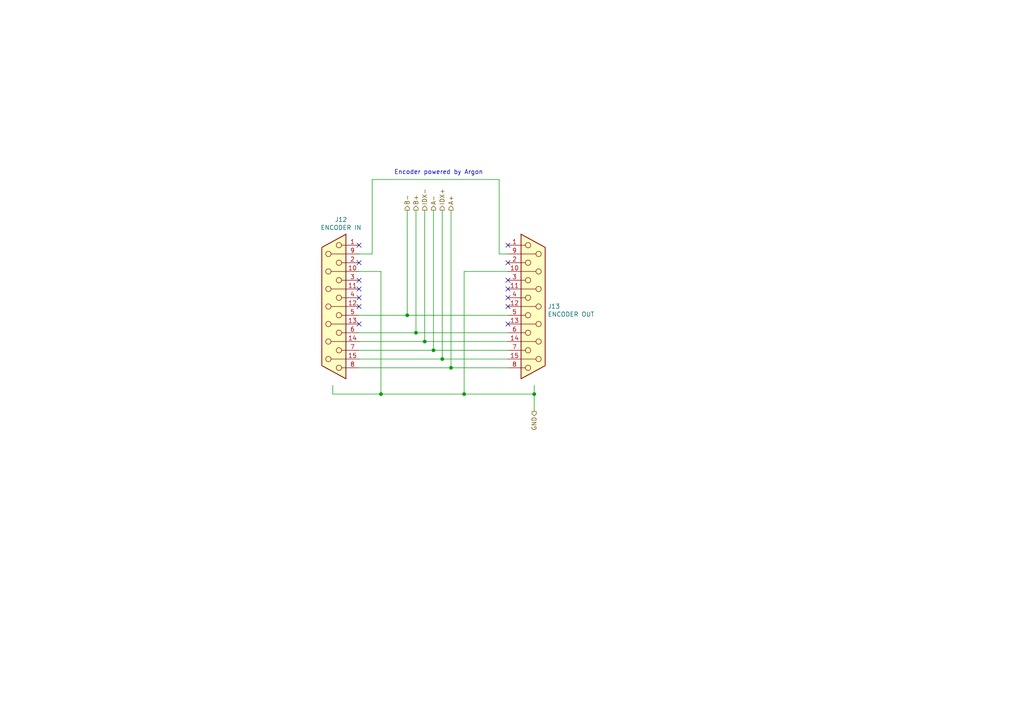
<source format=kicad_sch>
(kicad_sch (version 20230121) (generator eeschema)
  (paper "A4")
  (lib_symbols
    (symbol "Connector:DA15_Receptacle" (pin_names (offset 1.016) hide)
      (property "Reference" "J" (at 0.508 21.59 0))
      (property "Value" "DA15_Receptacle" (at 0 -22.225 0))
      (symbol "DA15_Receptacle_0_1"
        (circle (center -1.778 -17.78) (radius 0.762))
        (circle (center -1.778 -12.7) (radius 0.762))
        (circle (center -1.778 -7.62) (radius 0.762))
        (circle (center -1.778 -2.54) (radius 0.762))
        (circle (center -1.778 2.54) (radius 0.762))
        (circle (center -1.778 7.62) (radius 0.762))
        (circle (center -1.778 12.7) (radius 0.762))
        (circle (center -1.778 17.78) (radius 0.762))
        (polyline (pts (xy -3.81 -17.78) (xy -2.54 -17.78)))
        (polyline (pts (xy -3.81 -15.24) (xy 0.508 -15.24)))
        (polyline (pts (xy -3.81 -12.7) (xy -2.54 -12.7)))
        (polyline (pts (xy -3.81 -10.16) (xy 0.508 -10.16)))
        (polyline (pts (xy -3.81 -7.62) (xy -2.54 -7.62)))
        (polyline (pts (xy -3.81 -5.08) (xy 0.508 -5.08)))
        (polyline (pts (xy -3.81 -2.54) (xy -2.54 -2.54)))
        (polyline (pts (xy -3.81 0) (xy 0.508 0)))
        (polyline (pts (xy -3.81 2.54) (xy -2.54 2.54)))
        (polyline (pts (xy -3.81 5.08) (xy 0.508 5.08)))
        (polyline (pts (xy -3.81 7.62) (xy -2.54 7.62)))
        (polyline (pts (xy -3.81 10.16) (xy 0.508 10.16)))
        (polyline (pts (xy -3.81 12.7) (xy -2.54 12.7)))
        (polyline (pts (xy -3.81 15.24) (xy 0.508 15.24)))
        (polyline (pts (xy -3.81 17.78) (xy -2.54 17.78)))
        (polyline (pts (xy -3.81 20.955) (xy 3.175 17.145) (xy 3.175 -17.145) (xy -3.81 -20.955) (xy -3.81 20.955)) (stroke (width 0.254)) (fill (type background)))
        (circle (center 1.27 -15.24) (radius 0.762))
        (circle (center 1.27 -10.16) (radius 0.762))
        (circle (center 1.27 -5.08) (radius 0.762))
        (circle (center 1.27 0) (radius 0.762))
        (circle (center 1.27 5.08) (radius 0.762))
        (circle (center 1.27 10.16) (radius 0.762))
        (circle (center 1.27 15.24) (radius 0.762))
      )
      (symbol "DA15_Receptacle_1_1"
        (pin passive line (at -7.62 17.78 0) (length 3.81) (name "1") (number "1"))
        (pin passive line (at -7.62 10.16 0) (length 3.81) (name "P10") (number "10"))
        (pin passive line (at -7.62 5.08 0) (length 3.81) (name "P111") (number "11"))
        (pin passive line (at -7.62 0 0) (length 3.81) (name "P12") (number "12"))
        (pin passive line (at -7.62 -5.08 0) (length 3.81) (name "P13") (number "13"))
        (pin passive line (at -7.62 -10.16 0) (length 3.81) (name "P14") (number "14"))
        (pin passive line (at -7.62 -15.24 0) (length 3.81) (name "P15") (number "15"))
        (pin passive line (at -7.62 12.7 0) (length 3.81) (name "2") (number "2"))
        (pin passive line (at -7.62 7.62 0) (length 3.81) (name "3") (number "3"))
        (pin passive line (at -7.62 2.54 0) (length 3.81) (name "4") (number "4"))
        (pin passive line (at -7.62 -2.54 0) (length 3.81) (name "5") (number "5"))
        (pin passive line (at -7.62 -7.62 0) (length 3.81) (name "6") (number "6"))
        (pin passive line (at -7.62 -12.7 0) (length 3.81) (name "7") (number "7"))
        (pin passive line (at -7.62 -17.78 0) (length 3.81) (name "8") (number "8"))
        (pin passive line (at -7.62 15.24 0) (length 3.81) (name "P9") (number "9"))
      )
    )
  )
  (junction (at 130.81 106.68) (diameter 0.9144))
  (junction (at 125.73 101.6) (diameter 0.9144))
  (junction (at 123.19 99.06) (diameter 0.9144))
  (junction (at 154.94 114.3) (diameter 0.9144))
  (junction (at 110.49 114.3) (diameter 0.9144))
  (junction (at 118.11 91.44) (diameter 0.9144))
  (junction (at 120.65 96.52) (diameter 0.9144))
  (junction (at 128.27 104.14) (diameter 0.9144))
  (junction (at 134.62 114.3) (diameter 0.9144))
  (no_connect (at 104.14 88.9))
  (no_connect (at 147.32 71.12))
  (no_connect (at 104.14 83.82))
  (no_connect (at 104.14 71.12))
  (no_connect (at 147.32 83.82))
  (no_connect (at 147.32 88.9))
  (no_connect (at 147.32 93.98))
  (no_connect (at 104.14 86.36))
  (no_connect (at 147.32 81.28))
  (no_connect (at 104.14 76.2))
  (no_connect (at 104.14 93.98))
  (no_connect (at 147.32 86.36))
  (no_connect (at 147.32 76.2))
  (no_connect (at 104.14 81.28))
  (wire (pts (xy 134.62 114.3) (xy 154.94 114.3)))
  (wire (pts (xy 147.32 101.6) (xy 125.73 101.6)))
  (wire (pts (xy 123.19 99.06) (xy 104.14 99.06)))
  (wire (pts (xy 128.27 104.14) (xy 104.14 104.14)))
  (wire (pts (xy 147.32 73.66) (xy 144.78 73.66)))
  (wire (pts (xy 118.11 91.44) (xy 104.14 91.44)))
  (wire (pts (xy 107.95 73.66) (xy 104.14 73.66)))
  (wire (pts (xy 130.81 106.68) (xy 104.14 106.68)))
  (wire (pts (xy 110.49 114.3) (xy 96.52 114.3)))
  (wire (pts (xy 147.32 78.74) (xy 134.62 78.74)))
  (wire (pts (xy 128.27 104.14) (xy 128.27 60.96)))
  (wire (pts (xy 110.49 78.74) (xy 110.49 114.3)))
  (wire (pts (xy 154.94 111.76) (xy 154.94 114.3)))
  (wire (pts (xy 104.14 101.6) (xy 125.73 101.6)))
  (wire (pts (xy 118.11 91.44) (xy 118.11 60.96)))
  (wire (pts (xy 134.62 78.74) (xy 134.62 114.3)))
  (wire (pts (xy 144.78 52.07) (xy 144.78 73.66)))
  (wire (pts (xy 134.62 114.3) (xy 110.49 114.3)))
  (wire (pts (xy 147.32 99.06) (xy 123.19 99.06)))
  (wire (pts (xy 130.81 106.68) (xy 130.81 60.96)))
  (wire (pts (xy 107.95 52.07) (xy 107.95 73.66)))
  (wire (pts (xy 104.14 96.52) (xy 120.65 96.52)))
  (wire (pts (xy 107.95 52.07) (xy 144.78 52.07)))
  (wire (pts (xy 147.32 106.68) (xy 130.81 106.68)))
  (wire (pts (xy 147.32 96.52) (xy 120.65 96.52)))
  (wire (pts (xy 120.65 96.52) (xy 120.65 60.96)))
  (wire (pts (xy 96.52 114.3) (xy 96.52 111.76)))
  (wire (pts (xy 154.94 114.3) (xy 154.94 119.38)))
  (wire (pts (xy 147.32 104.14) (xy 128.27 104.14)))
  (wire (pts (xy 104.14 78.74) (xy 110.49 78.74)))
  (wire (pts (xy 123.19 99.06) (xy 123.19 60.96)))
  (wire (pts (xy 147.32 91.44) (xy 118.11 91.44)))
  (wire (pts (xy 125.73 101.6) (xy 125.73 60.96)))
  (text "Encoder powered by Argon" (at 114.3 50.8 0) (effects (font (size 1.27 1.27)) (justify left bottom)))
  (hierarchical_label "A+" (shape output) (at 130.81 60.96 90))
  (hierarchical_label "GND" (shape output) (at 154.94 119.38 270))
  (hierarchical_label "IDX-" (shape output) (at 123.19 60.96 90))
  (hierarchical_label "A-" (shape output) (at 125.73 60.96 90))
  (hierarchical_label "IDX+" (shape output) (at 128.27 60.96 90))
  (hierarchical_label "B-" (shape output) (at 118.11 60.96 90))
  (hierarchical_label "B+" (shape output) (at 120.65 60.96 90))
  (symbol (lib_id "Connector:DA15_Receptacle") (at 154.94 88.9 0) (unit 1)
    (property "Reference" "J13" (at 158.8516 88.8492 0) (effects (justify left)))
    (property "Value" "ENCODER OUT" (at 158.8516 91.1606 0) (effects (justify left)))
    (property "Footprint" "Connector_Dsub:DSUB-15_Female_Horizontal_P2.77x2.84mm_EdgePinOffset7.70mm_Housed_MountingHolesOffset9.12mm" (effects hide))
    (property "Datasheet" " ~" (effects hide))
  )
  (symbol (lib_id "Connector:DA15_Receptacle") (at 96.52 88.9 0) (mirror y) (unit 1)
    (property "Reference" "J12" (at 98.9076 63.7032 0))
    (property "Value" "ENCODER IN" (at 98.9076 66.0146 0))
    (property "Footprint" "Connector_Dsub:DSUB-15_Female_Horizontal_P2.77x2.84mm_EdgePinOffset7.70mm_Housed_MountingHolesOffset9.12mm" (effects hide))
    (property "Datasheet" " ~" (effects hide))
  )
)
</source>
